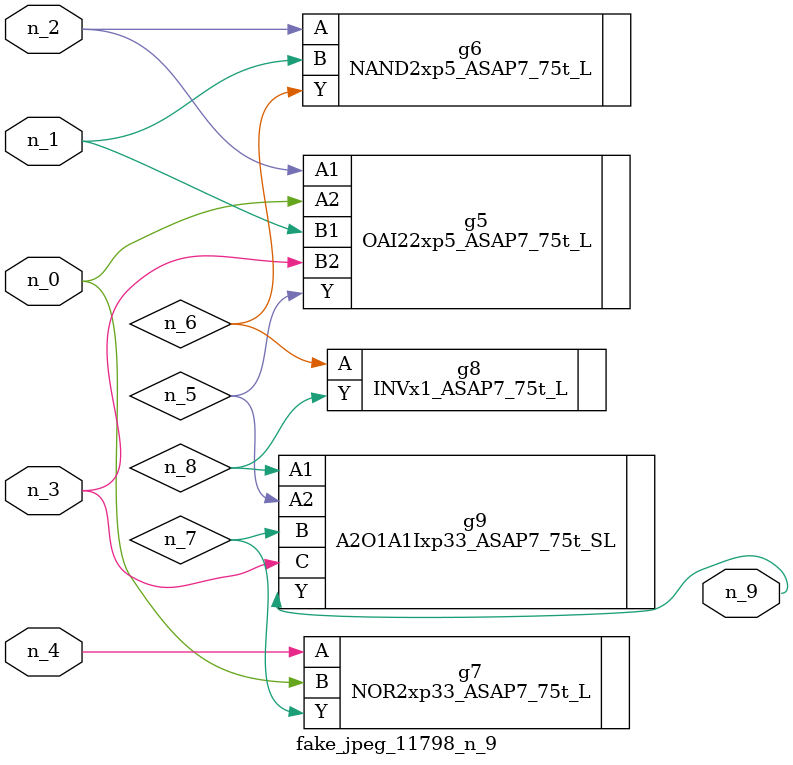
<source format=v>
module fake_jpeg_11798_n_9 (n_3, n_2, n_1, n_0, n_4, n_9);

input n_3;
input n_2;
input n_1;
input n_0;
input n_4;

output n_9;

wire n_8;
wire n_6;
wire n_5;
wire n_7;

OAI22xp5_ASAP7_75t_L g5 ( 
.A1(n_2),
.A2(n_0),
.B1(n_1),
.B2(n_3),
.Y(n_5)
);

NAND2xp5_ASAP7_75t_L g6 ( 
.A(n_2),
.B(n_1),
.Y(n_6)
);

NOR2xp33_ASAP7_75t_L g7 ( 
.A(n_4),
.B(n_0),
.Y(n_7)
);

INVx1_ASAP7_75t_L g8 ( 
.A(n_6),
.Y(n_8)
);

A2O1A1Ixp33_ASAP7_75t_SL g9 ( 
.A1(n_8),
.A2(n_5),
.B(n_7),
.C(n_3),
.Y(n_9)
);


endmodule
</source>
